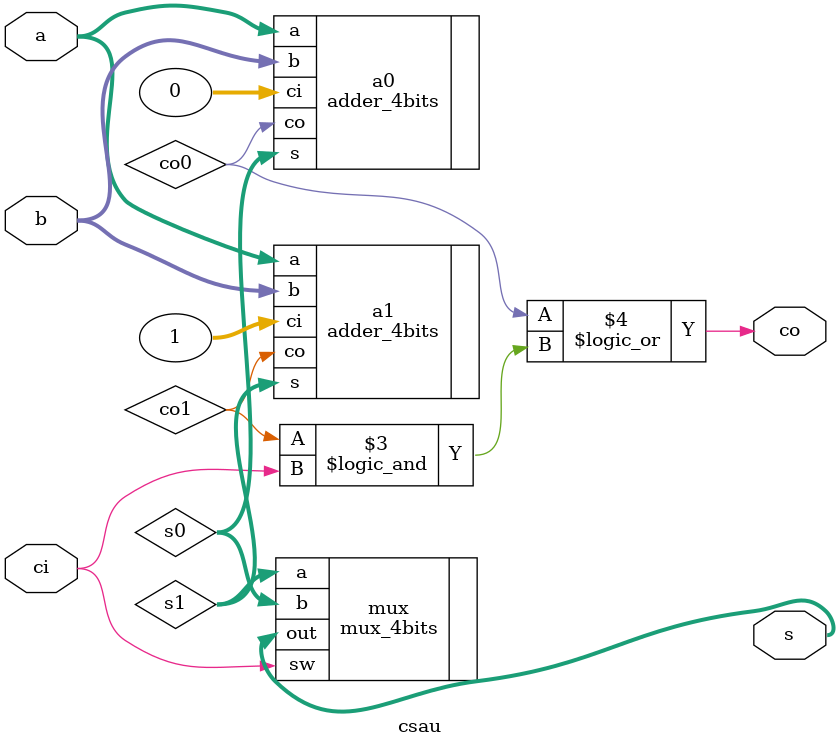
<source format=v>
`timescale 1ns/10ps
module csau (
    input [3:0] a,
    input [3:0] b,
    input ci,
    output [3:0] s,
    output co
);
    wire [3:0]s1, s0;
    wire co0, co1;
    adder_4bits a0(.a(a), .b(b), .ci(0), .s(s0), .co(co0));
    adder_4bits a1(.a(a), .b(b), .ci(1), .s(s1), .co(co1));

    mux_4bits mux(.a(s1), .b(s0), .sw(ci), .out(s));
    assign co = co0 || (co1 && ci);
endmodule
</source>
